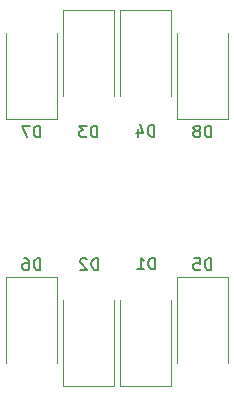
<source format=gbr>
%TF.GenerationSoftware,KiCad,Pcbnew,(5.1.10)-1*%
%TF.CreationDate,2022-05-23T16:08:43+02:00*%
%TF.ProjectId,Schrittmotoransteuerung2_0,53636872-6974-4746-9d6f-746f72616e73,rev?*%
%TF.SameCoordinates,Original*%
%TF.FileFunction,Legend,Bot*%
%TF.FilePolarity,Positive*%
%FSLAX46Y46*%
G04 Gerber Fmt 4.6, Leading zero omitted, Abs format (unit mm)*
G04 Created by KiCad (PCBNEW (5.1.10)-1) date 2022-05-23 16:08:43*
%MOMM*%
%LPD*%
G01*
G04 APERTURE LIST*
%ADD10C,0.120000*%
%ADD11C,0.150000*%
G04 APERTURE END LIST*
D10*
%TO.C,D1*%
X101337000Y-59845000D02*
X97037000Y-59845000D01*
X97037000Y-59845000D02*
X97037000Y-52545000D01*
X101337000Y-59845000D02*
X101337000Y-52545000D01*
%TO.C,D2*%
X96511000Y-59845000D02*
X96511000Y-52545000D01*
X92211000Y-59845000D02*
X92211000Y-52545000D01*
X96511000Y-59845000D02*
X92211000Y-59845000D01*
%TO.C,D3*%
X92211000Y-28039000D02*
X96511000Y-28039000D01*
X96511000Y-28039000D02*
X96511000Y-35339000D01*
X92211000Y-28039000D02*
X92211000Y-35339000D01*
%TO.C,D4*%
X97037000Y-28039000D02*
X97037000Y-35339000D01*
X101337000Y-28039000D02*
X101337000Y-35339000D01*
X97037000Y-28039000D02*
X101337000Y-28039000D01*
%TO.C,D5*%
X101863000Y-50645000D02*
X106163000Y-50645000D01*
X106163000Y-50645000D02*
X106163000Y-57945000D01*
X101863000Y-50645000D02*
X101863000Y-57945000D01*
%TO.C,D6*%
X87385000Y-50645000D02*
X87385000Y-57945000D01*
X91685000Y-50645000D02*
X91685000Y-57945000D01*
X87385000Y-50645000D02*
X91685000Y-50645000D01*
%TO.C,D7*%
X91685000Y-37239000D02*
X87385000Y-37239000D01*
X87385000Y-37239000D02*
X87385000Y-29939000D01*
X91685000Y-37239000D02*
X91685000Y-29939000D01*
%TO.C,D8*%
X106163000Y-37239000D02*
X106163000Y-29939000D01*
X101863000Y-37239000D02*
X101863000Y-29939000D01*
X106163000Y-37239000D02*
X101863000Y-37239000D01*
%TO.C,D1*%
D11*
X99988595Y-49982380D02*
X99988595Y-48982380D01*
X99750500Y-48982380D01*
X99607642Y-49030000D01*
X99512404Y-49125238D01*
X99464785Y-49220476D01*
X99417166Y-49410952D01*
X99417166Y-49553809D01*
X99464785Y-49744285D01*
X99512404Y-49839523D01*
X99607642Y-49934761D01*
X99750500Y-49982380D01*
X99988595Y-49982380D01*
X98464785Y-49982380D02*
X99036214Y-49982380D01*
X98750500Y-49982380D02*
X98750500Y-48982380D01*
X98845738Y-49125238D01*
X98940976Y-49220476D01*
X99036214Y-49268095D01*
%TO.C,D2*%
X95162595Y-50045880D02*
X95162595Y-49045880D01*
X94924500Y-49045880D01*
X94781642Y-49093500D01*
X94686404Y-49188738D01*
X94638785Y-49283976D01*
X94591166Y-49474452D01*
X94591166Y-49617309D01*
X94638785Y-49807785D01*
X94686404Y-49903023D01*
X94781642Y-49998261D01*
X94924500Y-50045880D01*
X95162595Y-50045880D01*
X94210214Y-49141119D02*
X94162595Y-49093500D01*
X94067357Y-49045880D01*
X93829261Y-49045880D01*
X93734023Y-49093500D01*
X93686404Y-49141119D01*
X93638785Y-49236357D01*
X93638785Y-49331595D01*
X93686404Y-49474452D01*
X94257833Y-50045880D01*
X93638785Y-50045880D01*
%TO.C,D3*%
X95099095Y-38806380D02*
X95099095Y-37806380D01*
X94861000Y-37806380D01*
X94718142Y-37854000D01*
X94622904Y-37949238D01*
X94575285Y-38044476D01*
X94527666Y-38234952D01*
X94527666Y-38377809D01*
X94575285Y-38568285D01*
X94622904Y-38663523D01*
X94718142Y-38758761D01*
X94861000Y-38806380D01*
X95099095Y-38806380D01*
X94194333Y-37806380D02*
X93575285Y-37806380D01*
X93908619Y-38187333D01*
X93765761Y-38187333D01*
X93670523Y-38234952D01*
X93622904Y-38282571D01*
X93575285Y-38377809D01*
X93575285Y-38615904D01*
X93622904Y-38711142D01*
X93670523Y-38758761D01*
X93765761Y-38806380D01*
X94051476Y-38806380D01*
X94146714Y-38758761D01*
X94194333Y-38711142D01*
%TO.C,D4*%
X99925095Y-38742880D02*
X99925095Y-37742880D01*
X99687000Y-37742880D01*
X99544142Y-37790500D01*
X99448904Y-37885738D01*
X99401285Y-37980976D01*
X99353666Y-38171452D01*
X99353666Y-38314309D01*
X99401285Y-38504785D01*
X99448904Y-38600023D01*
X99544142Y-38695261D01*
X99687000Y-38742880D01*
X99925095Y-38742880D01*
X98496523Y-38076214D02*
X98496523Y-38742880D01*
X98734619Y-37695261D02*
X98972714Y-38409547D01*
X98353666Y-38409547D01*
%TO.C,D5*%
X104751095Y-50045880D02*
X104751095Y-49045880D01*
X104513000Y-49045880D01*
X104370142Y-49093500D01*
X104274904Y-49188738D01*
X104227285Y-49283976D01*
X104179666Y-49474452D01*
X104179666Y-49617309D01*
X104227285Y-49807785D01*
X104274904Y-49903023D01*
X104370142Y-49998261D01*
X104513000Y-50045880D01*
X104751095Y-50045880D01*
X103274904Y-49045880D02*
X103751095Y-49045880D01*
X103798714Y-49522071D01*
X103751095Y-49474452D01*
X103655857Y-49426833D01*
X103417761Y-49426833D01*
X103322523Y-49474452D01*
X103274904Y-49522071D01*
X103227285Y-49617309D01*
X103227285Y-49855404D01*
X103274904Y-49950642D01*
X103322523Y-49998261D01*
X103417761Y-50045880D01*
X103655857Y-50045880D01*
X103751095Y-49998261D01*
X103798714Y-49950642D01*
%TO.C,D6*%
X90273095Y-50045880D02*
X90273095Y-49045880D01*
X90035000Y-49045880D01*
X89892142Y-49093500D01*
X89796904Y-49188738D01*
X89749285Y-49283976D01*
X89701666Y-49474452D01*
X89701666Y-49617309D01*
X89749285Y-49807785D01*
X89796904Y-49903023D01*
X89892142Y-49998261D01*
X90035000Y-50045880D01*
X90273095Y-50045880D01*
X88844523Y-49045880D02*
X89035000Y-49045880D01*
X89130238Y-49093500D01*
X89177857Y-49141119D01*
X89273095Y-49283976D01*
X89320714Y-49474452D01*
X89320714Y-49855404D01*
X89273095Y-49950642D01*
X89225476Y-49998261D01*
X89130238Y-50045880D01*
X88939761Y-50045880D01*
X88844523Y-49998261D01*
X88796904Y-49950642D01*
X88749285Y-49855404D01*
X88749285Y-49617309D01*
X88796904Y-49522071D01*
X88844523Y-49474452D01*
X88939761Y-49426833D01*
X89130238Y-49426833D01*
X89225476Y-49474452D01*
X89273095Y-49522071D01*
X89320714Y-49617309D01*
%TO.C,D7*%
X90273095Y-38806380D02*
X90273095Y-37806380D01*
X90035000Y-37806380D01*
X89892142Y-37854000D01*
X89796904Y-37949238D01*
X89749285Y-38044476D01*
X89701666Y-38234952D01*
X89701666Y-38377809D01*
X89749285Y-38568285D01*
X89796904Y-38663523D01*
X89892142Y-38758761D01*
X90035000Y-38806380D01*
X90273095Y-38806380D01*
X89368333Y-37806380D02*
X88701666Y-37806380D01*
X89130238Y-38806380D01*
%TO.C,D8*%
X104751095Y-38806380D02*
X104751095Y-37806380D01*
X104513000Y-37806380D01*
X104370142Y-37854000D01*
X104274904Y-37949238D01*
X104227285Y-38044476D01*
X104179666Y-38234952D01*
X104179666Y-38377809D01*
X104227285Y-38568285D01*
X104274904Y-38663523D01*
X104370142Y-38758761D01*
X104513000Y-38806380D01*
X104751095Y-38806380D01*
X103608238Y-38234952D02*
X103703476Y-38187333D01*
X103751095Y-38139714D01*
X103798714Y-38044476D01*
X103798714Y-37996857D01*
X103751095Y-37901619D01*
X103703476Y-37854000D01*
X103608238Y-37806380D01*
X103417761Y-37806380D01*
X103322523Y-37854000D01*
X103274904Y-37901619D01*
X103227285Y-37996857D01*
X103227285Y-38044476D01*
X103274904Y-38139714D01*
X103322523Y-38187333D01*
X103417761Y-38234952D01*
X103608238Y-38234952D01*
X103703476Y-38282571D01*
X103751095Y-38330190D01*
X103798714Y-38425428D01*
X103798714Y-38615904D01*
X103751095Y-38711142D01*
X103703476Y-38758761D01*
X103608238Y-38806380D01*
X103417761Y-38806380D01*
X103322523Y-38758761D01*
X103274904Y-38711142D01*
X103227285Y-38615904D01*
X103227285Y-38425428D01*
X103274904Y-38330190D01*
X103322523Y-38282571D01*
X103417761Y-38234952D01*
%TD*%
M02*

</source>
